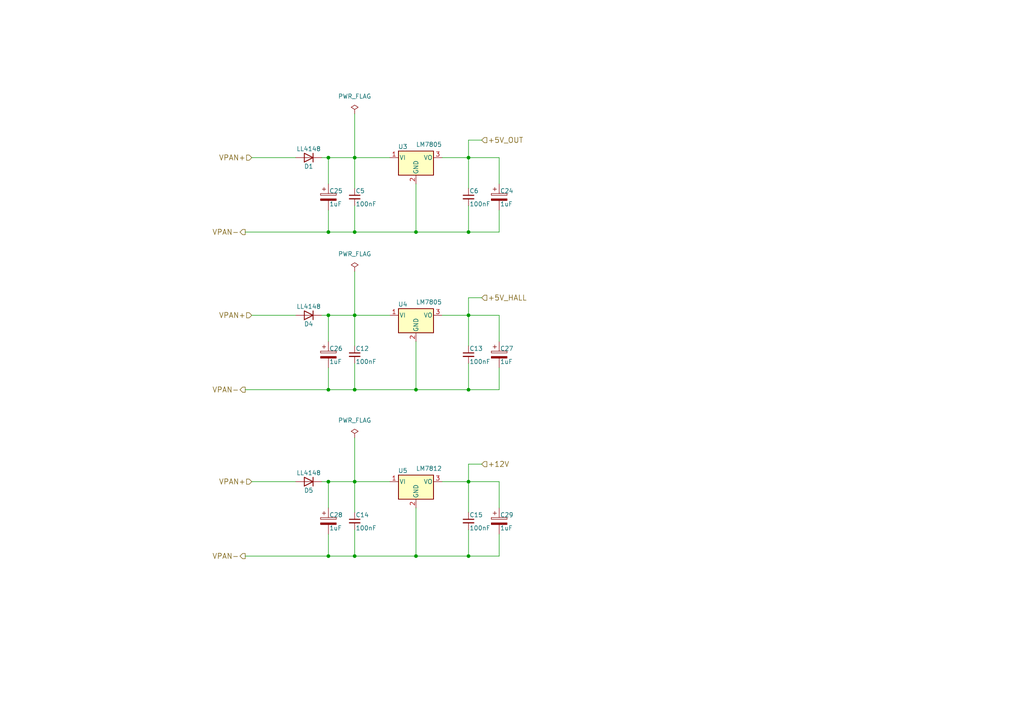
<source format=kicad_sch>
(kicad_sch
	(version 20231120)
	(generator "eeschema")
	(generator_version "8.0")
	(uuid "3d8140bf-879d-4534-9638-ea95160e543c")
	(paper "A4")
	(lib_symbols
		(symbol "Device:C_Polarized"
			(pin_numbers hide)
			(pin_names
				(offset 0.254)
			)
			(exclude_from_sim no)
			(in_bom yes)
			(on_board yes)
			(property "Reference" "C"
				(at 0.635 2.54 0)
				(effects
					(font
						(size 1.27 1.27)
					)
					(justify left)
				)
			)
			(property "Value" "C_Polarized"
				(at 0.635 -2.54 0)
				(effects
					(font
						(size 1.27 1.27)
					)
					(justify left)
				)
			)
			(property "Footprint" ""
				(at 0.9652 -3.81 0)
				(effects
					(font
						(size 1.27 1.27)
					)
					(hide yes)
				)
			)
			(property "Datasheet" "~"
				(at 0 0 0)
				(effects
					(font
						(size 1.27 1.27)
					)
					(hide yes)
				)
			)
			(property "Description" "Polarized capacitor"
				(at 0 0 0)
				(effects
					(font
						(size 1.27 1.27)
					)
					(hide yes)
				)
			)
			(property "ki_keywords" "cap capacitor"
				(at 0 0 0)
				(effects
					(font
						(size 1.27 1.27)
					)
					(hide yes)
				)
			)
			(property "ki_fp_filters" "CP_*"
				(at 0 0 0)
				(effects
					(font
						(size 1.27 1.27)
					)
					(hide yes)
				)
			)
			(symbol "C_Polarized_0_1"
				(rectangle
					(start -2.286 0.508)
					(end 2.286 1.016)
					(stroke
						(width 0)
						(type default)
					)
					(fill
						(type none)
					)
				)
				(polyline
					(pts
						(xy -1.778 2.286) (xy -0.762 2.286)
					)
					(stroke
						(width 0)
						(type default)
					)
					(fill
						(type none)
					)
				)
				(polyline
					(pts
						(xy -1.27 2.794) (xy -1.27 1.778)
					)
					(stroke
						(width 0)
						(type default)
					)
					(fill
						(type none)
					)
				)
				(rectangle
					(start 2.286 -0.508)
					(end -2.286 -1.016)
					(stroke
						(width 0)
						(type default)
					)
					(fill
						(type outline)
					)
				)
			)
			(symbol "C_Polarized_1_1"
				(pin passive line
					(at 0 3.81 270)
					(length 2.794)
					(name "~"
						(effects
							(font
								(size 1.27 1.27)
							)
						)
					)
					(number "1"
						(effects
							(font
								(size 1.27 1.27)
							)
						)
					)
				)
				(pin passive line
					(at 0 -3.81 90)
					(length 2.794)
					(name "~"
						(effects
							(font
								(size 1.27 1.27)
							)
						)
					)
					(number "2"
						(effects
							(font
								(size 1.27 1.27)
							)
						)
					)
				)
			)
		)
		(symbol "Device:C_Small"
			(pin_numbers hide)
			(pin_names
				(offset 0.254) hide)
			(exclude_from_sim no)
			(in_bom yes)
			(on_board yes)
			(property "Reference" "C"
				(at 0.254 1.778 0)
				(effects
					(font
						(size 1.27 1.27)
					)
					(justify left)
				)
			)
			(property "Value" "C_Small"
				(at 0.254 -2.032 0)
				(effects
					(font
						(size 1.27 1.27)
					)
					(justify left)
				)
			)
			(property "Footprint" ""
				(at 0 0 0)
				(effects
					(font
						(size 1.27 1.27)
					)
					(hide yes)
				)
			)
			(property "Datasheet" "~"
				(at 0 0 0)
				(effects
					(font
						(size 1.27 1.27)
					)
					(hide yes)
				)
			)
			(property "Description" "Unpolarized capacitor, small symbol"
				(at 0 0 0)
				(effects
					(font
						(size 1.27 1.27)
					)
					(hide yes)
				)
			)
			(property "ki_keywords" "capacitor cap"
				(at 0 0 0)
				(effects
					(font
						(size 1.27 1.27)
					)
					(hide yes)
				)
			)
			(property "ki_fp_filters" "C_*"
				(at 0 0 0)
				(effects
					(font
						(size 1.27 1.27)
					)
					(hide yes)
				)
			)
			(symbol "C_Small_0_1"
				(polyline
					(pts
						(xy -1.524 -0.508) (xy 1.524 -0.508)
					)
					(stroke
						(width 0.3302)
						(type default)
					)
					(fill
						(type none)
					)
				)
				(polyline
					(pts
						(xy -1.524 0.508) (xy 1.524 0.508)
					)
					(stroke
						(width 0.3048)
						(type default)
					)
					(fill
						(type none)
					)
				)
			)
			(symbol "C_Small_1_1"
				(pin passive line
					(at 0 2.54 270)
					(length 2.032)
					(name "~"
						(effects
							(font
								(size 1.27 1.27)
							)
						)
					)
					(number "1"
						(effects
							(font
								(size 1.27 1.27)
							)
						)
					)
				)
				(pin passive line
					(at 0 -2.54 90)
					(length 2.032)
					(name "~"
						(effects
							(font
								(size 1.27 1.27)
							)
						)
					)
					(number "2"
						(effects
							(font
								(size 1.27 1.27)
							)
						)
					)
				)
			)
		)
		(symbol "Diode:LL4148"
			(pin_numbers hide)
			(pin_names hide)
			(exclude_from_sim no)
			(in_bom yes)
			(on_board yes)
			(property "Reference" "D"
				(at 0 2.54 0)
				(effects
					(font
						(size 1.27 1.27)
					)
				)
			)
			(property "Value" "LL4148"
				(at 0 -2.54 0)
				(effects
					(font
						(size 1.27 1.27)
					)
				)
			)
			(property "Footprint" "Diode_SMD:D_MiniMELF"
				(at 0 -4.445 0)
				(effects
					(font
						(size 1.27 1.27)
					)
					(hide yes)
				)
			)
			(property "Datasheet" "http://www.vishay.com/docs/85557/ll4148.pdf"
				(at 0 0 0)
				(effects
					(font
						(size 1.27 1.27)
					)
					(hide yes)
				)
			)
			(property "Description" "100V 0.15A standard switching diode, MiniMELF"
				(at 0 0 0)
				(effects
					(font
						(size 1.27 1.27)
					)
					(hide yes)
				)
			)
			(property "Sim.Device" "D"
				(at 0 0 0)
				(effects
					(font
						(size 1.27 1.27)
					)
					(hide yes)
				)
			)
			(property "Sim.Pins" "1=K 2=A"
				(at 0 0 0)
				(effects
					(font
						(size 1.27 1.27)
					)
					(hide yes)
				)
			)
			(property "ki_keywords" "diode"
				(at 0 0 0)
				(effects
					(font
						(size 1.27 1.27)
					)
					(hide yes)
				)
			)
			(property "ki_fp_filters" "D*MiniMELF*"
				(at 0 0 0)
				(effects
					(font
						(size 1.27 1.27)
					)
					(hide yes)
				)
			)
			(symbol "LL4148_0_1"
				(polyline
					(pts
						(xy -1.27 1.27) (xy -1.27 -1.27)
					)
					(stroke
						(width 0.254)
						(type default)
					)
					(fill
						(type none)
					)
				)
				(polyline
					(pts
						(xy 1.27 0) (xy -1.27 0)
					)
					(stroke
						(width 0)
						(type default)
					)
					(fill
						(type none)
					)
				)
				(polyline
					(pts
						(xy 1.27 1.27) (xy 1.27 -1.27) (xy -1.27 0) (xy 1.27 1.27)
					)
					(stroke
						(width 0.254)
						(type default)
					)
					(fill
						(type none)
					)
				)
			)
			(symbol "LL4148_1_1"
				(pin passive line
					(at -3.81 0 0)
					(length 2.54)
					(name "K"
						(effects
							(font
								(size 1.27 1.27)
							)
						)
					)
					(number "1"
						(effects
							(font
								(size 1.27 1.27)
							)
						)
					)
				)
				(pin passive line
					(at 3.81 0 180)
					(length 2.54)
					(name "A"
						(effects
							(font
								(size 1.27 1.27)
							)
						)
					)
					(number "2"
						(effects
							(font
								(size 1.27 1.27)
							)
						)
					)
				)
			)
		)
		(symbol "Regulator_Linear:LM7805_TO220"
			(pin_names
				(offset 0.254)
			)
			(exclude_from_sim no)
			(in_bom yes)
			(on_board yes)
			(property "Reference" "U"
				(at -3.81 3.175 0)
				(effects
					(font
						(size 1.27 1.27)
					)
				)
			)
			(property "Value" "LM7805_TO220"
				(at 0 3.175 0)
				(effects
					(font
						(size 1.27 1.27)
					)
					(justify left)
				)
			)
			(property "Footprint" "Package_TO_SOT_THT:TO-220-3_Vertical"
				(at 0 5.715 0)
				(effects
					(font
						(size 1.27 1.27)
						(italic yes)
					)
					(hide yes)
				)
			)
			(property "Datasheet" "https://www.onsemi.cn/PowerSolutions/document/MC7800-D.PDF"
				(at 0 -1.27 0)
				(effects
					(font
						(size 1.27 1.27)
					)
					(hide yes)
				)
			)
			(property "Description" "Positive 1A 35V Linear Regulator, Fixed Output 5V, TO-220"
				(at 0 0 0)
				(effects
					(font
						(size 1.27 1.27)
					)
					(hide yes)
				)
			)
			(property "ki_keywords" "Voltage Regulator 1A Positive"
				(at 0 0 0)
				(effects
					(font
						(size 1.27 1.27)
					)
					(hide yes)
				)
			)
			(property "ki_fp_filters" "TO?220*"
				(at 0 0 0)
				(effects
					(font
						(size 1.27 1.27)
					)
					(hide yes)
				)
			)
			(symbol "LM7805_TO220_0_1"
				(rectangle
					(start -5.08 1.905)
					(end 5.08 -5.08)
					(stroke
						(width 0.254)
						(type default)
					)
					(fill
						(type background)
					)
				)
			)
			(symbol "LM7805_TO220_1_1"
				(pin power_in line
					(at -7.62 0 0)
					(length 2.54)
					(name "VI"
						(effects
							(font
								(size 1.27 1.27)
							)
						)
					)
					(number "1"
						(effects
							(font
								(size 1.27 1.27)
							)
						)
					)
				)
				(pin power_in line
					(at 0 -7.62 90)
					(length 2.54)
					(name "GND"
						(effects
							(font
								(size 1.27 1.27)
							)
						)
					)
					(number "2"
						(effects
							(font
								(size 1.27 1.27)
							)
						)
					)
				)
				(pin power_out line
					(at 7.62 0 180)
					(length 2.54)
					(name "VO"
						(effects
							(font
								(size 1.27 1.27)
							)
						)
					)
					(number "3"
						(effects
							(font
								(size 1.27 1.27)
							)
						)
					)
				)
			)
		)
		(symbol "power:PWR_FLAG"
			(power)
			(pin_numbers hide)
			(pin_names
				(offset 0) hide)
			(exclude_from_sim no)
			(in_bom yes)
			(on_board yes)
			(property "Reference" "#FLG"
				(at 0 1.905 0)
				(effects
					(font
						(size 1.27 1.27)
					)
					(hide yes)
				)
			)
			(property "Value" "PWR_FLAG"
				(at 0 3.81 0)
				(effects
					(font
						(size 1.27 1.27)
					)
				)
			)
			(property "Footprint" ""
				(at 0 0 0)
				(effects
					(font
						(size 1.27 1.27)
					)
					(hide yes)
				)
			)
			(property "Datasheet" "~"
				(at 0 0 0)
				(effects
					(font
						(size 1.27 1.27)
					)
					(hide yes)
				)
			)
			(property "Description" "Special symbol for telling ERC where power comes from"
				(at 0 0 0)
				(effects
					(font
						(size 1.27 1.27)
					)
					(hide yes)
				)
			)
			(property "ki_keywords" "flag power"
				(at 0 0 0)
				(effects
					(font
						(size 1.27 1.27)
					)
					(hide yes)
				)
			)
			(symbol "PWR_FLAG_0_0"
				(pin power_out line
					(at 0 0 90)
					(length 0)
					(name "~"
						(effects
							(font
								(size 1.27 1.27)
							)
						)
					)
					(number "1"
						(effects
							(font
								(size 1.27 1.27)
							)
						)
					)
				)
			)
			(symbol "PWR_FLAG_0_1"
				(polyline
					(pts
						(xy 0 0) (xy 0 1.27) (xy -1.016 1.905) (xy 0 2.54) (xy 1.016 1.905) (xy 0 1.27)
					)
					(stroke
						(width 0)
						(type default)
					)
					(fill
						(type none)
					)
				)
			)
		)
	)
	(junction
		(at 120.65 161.29)
		(diameter 0)
		(color 0 0 0 0)
		(uuid "0313b5e2-2614-4856-9d27-5dd43bd5db96")
	)
	(junction
		(at 95.25 113.03)
		(diameter 0)
		(color 0 0 0 0)
		(uuid "04618ed8-c8ec-40e1-9b5a-e2038eb4c2bd")
	)
	(junction
		(at 95.25 161.29)
		(diameter 0)
		(color 0 0 0 0)
		(uuid "0d4e0c71-b7a0-43b6-a03c-d772421447a9")
	)
	(junction
		(at 120.65 113.03)
		(diameter 0)
		(color 0 0 0 0)
		(uuid "17c2a5ab-77eb-4df3-94e8-0522fa765b32")
	)
	(junction
		(at 102.87 161.29)
		(diameter 0)
		(color 0 0 0 0)
		(uuid "1e3e3b37-9c7b-4bff-8396-81198bb94b9f")
	)
	(junction
		(at 95.25 45.72)
		(diameter 0)
		(color 0 0 0 0)
		(uuid "3882424f-2a78-4c83-970c-ec30717fc3f2")
	)
	(junction
		(at 102.87 139.7)
		(diameter 0)
		(color 0 0 0 0)
		(uuid "3fc543b9-73b3-4c1a-a8d3-411a1520e7c9")
	)
	(junction
		(at 135.89 91.44)
		(diameter 0)
		(color 0 0 0 0)
		(uuid "5bf8d682-2be5-4c5a-85f2-cfdaaf72f1ec")
	)
	(junction
		(at 135.89 45.72)
		(diameter 0)
		(color 0 0 0 0)
		(uuid "62787af1-8710-4b88-95d8-772e9618c02a")
	)
	(junction
		(at 135.89 113.03)
		(diameter 0)
		(color 0 0 0 0)
		(uuid "6b0cd624-7d4b-4980-b638-4324fd862875")
	)
	(junction
		(at 135.89 161.29)
		(diameter 0)
		(color 0 0 0 0)
		(uuid "6c4fa88a-c6a4-44d8-b3e8-288af398134b")
	)
	(junction
		(at 102.87 67.31)
		(diameter 0)
		(color 0 0 0 0)
		(uuid "79022f11-5b21-4604-99ff-5266259a4c5d")
	)
	(junction
		(at 102.87 91.44)
		(diameter 0)
		(color 0 0 0 0)
		(uuid "79a79d57-5836-44ef-9a98-05c0bfd453b3")
	)
	(junction
		(at 95.25 91.44)
		(diameter 0)
		(color 0 0 0 0)
		(uuid "7b887c0a-103c-42a3-bde7-4906d9413f30")
	)
	(junction
		(at 135.89 139.7)
		(diameter 0)
		(color 0 0 0 0)
		(uuid "ab462334-7b1e-4e69-9c00-bb68078ecf74")
	)
	(junction
		(at 135.89 67.31)
		(diameter 0)
		(color 0 0 0 0)
		(uuid "b620e9c2-720c-421e-9527-b960bf8cdb0f")
	)
	(junction
		(at 102.87 113.03)
		(diameter 0)
		(color 0 0 0 0)
		(uuid "c83f969f-e6cf-4dfe-af5d-81dfaabbaf54")
	)
	(junction
		(at 95.25 67.31)
		(diameter 0)
		(color 0 0 0 0)
		(uuid "e259397e-f0af-40f9-bccc-799f1fa2e272")
	)
	(junction
		(at 102.87 45.72)
		(diameter 0)
		(color 0 0 0 0)
		(uuid "ea887d60-57fe-4bd6-853e-a7d3a3c8743a")
	)
	(junction
		(at 95.25 139.7)
		(diameter 0)
		(color 0 0 0 0)
		(uuid "ecb402e8-1ecf-4cd9-9fc4-15a2eebd2140")
	)
	(junction
		(at 120.65 67.31)
		(diameter 0)
		(color 0 0 0 0)
		(uuid "f08a884c-69d2-4868-b271-eb94a13d7d3e")
	)
	(wire
		(pts
			(xy 128.27 91.44) (xy 135.89 91.44)
		)
		(stroke
			(width 0)
			(type default)
		)
		(uuid "009b475e-1a42-4765-9502-7d216835d0bb")
	)
	(wire
		(pts
			(xy 144.78 106.68) (xy 144.78 113.03)
		)
		(stroke
			(width 0)
			(type default)
		)
		(uuid "09733a2b-8a69-48ce-8ab4-b9bbcab24bb4")
	)
	(wire
		(pts
			(xy 71.12 161.29) (xy 95.25 161.29)
		)
		(stroke
			(width 0)
			(type default)
		)
		(uuid "09c15066-b604-4a3d-9186-03228ccb25eb")
	)
	(wire
		(pts
			(xy 144.78 139.7) (xy 144.78 147.32)
		)
		(stroke
			(width 0)
			(type default)
		)
		(uuid "104e735c-bf3e-4a50-b763-dd50d88880fd")
	)
	(wire
		(pts
			(xy 102.87 45.72) (xy 102.87 54.61)
		)
		(stroke
			(width 0)
			(type default)
		)
		(uuid "12827941-93c6-400c-ab2d-515528e2e759")
	)
	(wire
		(pts
			(xy 73.025 45.72) (xy 85.725 45.72)
		)
		(stroke
			(width 0)
			(type default)
		)
		(uuid "171581f2-8a5b-4c8e-9e2e-67fa590a7801")
	)
	(wire
		(pts
			(xy 135.89 67.31) (xy 144.78 67.31)
		)
		(stroke
			(width 0)
			(type default)
		)
		(uuid "185cc884-2d11-43d3-961d-bc964a373155")
	)
	(wire
		(pts
			(xy 102.87 67.31) (xy 120.65 67.31)
		)
		(stroke
			(width 0)
			(type default)
		)
		(uuid "2488e7c5-3120-4a08-9deb-90cc87541739")
	)
	(wire
		(pts
			(xy 135.89 161.29) (xy 135.89 153.67)
		)
		(stroke
			(width 0)
			(type default)
		)
		(uuid "2a53a524-d8c2-4162-8ff6-a787567ea2b8")
	)
	(wire
		(pts
			(xy 102.87 59.69) (xy 102.87 67.31)
		)
		(stroke
			(width 0)
			(type default)
		)
		(uuid "2e004128-6429-43a3-9b49-1100e161d739")
	)
	(wire
		(pts
			(xy 135.89 91.44) (xy 144.78 91.44)
		)
		(stroke
			(width 0)
			(type default)
		)
		(uuid "3a63b492-fda5-4d96-831c-38d83bf32abb")
	)
	(wire
		(pts
			(xy 93.345 139.7) (xy 95.25 139.7)
		)
		(stroke
			(width 0)
			(type default)
		)
		(uuid "485459b9-2a93-478f-9b1d-09648d6a2823")
	)
	(wire
		(pts
			(xy 95.25 139.7) (xy 95.25 147.32)
		)
		(stroke
			(width 0)
			(type default)
		)
		(uuid "4e1868bd-0b5a-45ed-91cc-2bcf535e6737")
	)
	(wire
		(pts
			(xy 93.345 91.44) (xy 95.25 91.44)
		)
		(stroke
			(width 0)
			(type default)
		)
		(uuid "564ca84c-8ead-4d3f-8cfb-6751b1651e92")
	)
	(wire
		(pts
			(xy 102.87 139.7) (xy 102.87 148.59)
		)
		(stroke
			(width 0)
			(type default)
		)
		(uuid "59584718-f162-42bc-89fe-f960d1422892")
	)
	(wire
		(pts
			(xy 102.87 127) (xy 102.87 139.7)
		)
		(stroke
			(width 0)
			(type default)
		)
		(uuid "5cf9aabe-35cd-4356-a13d-7157d6b0550e")
	)
	(wire
		(pts
			(xy 120.65 161.29) (xy 135.89 161.29)
		)
		(stroke
			(width 0)
			(type default)
		)
		(uuid "5ebd7fbc-8d49-47be-ac29-4fcf44d564c1")
	)
	(wire
		(pts
			(xy 135.89 161.29) (xy 144.78 161.29)
		)
		(stroke
			(width 0)
			(type default)
		)
		(uuid "5ef72f8b-4130-4eca-903a-0c9c4ab43b0b")
	)
	(wire
		(pts
			(xy 120.65 113.03) (xy 135.89 113.03)
		)
		(stroke
			(width 0)
			(type default)
		)
		(uuid "62be3315-9146-43d0-b3c5-9fb68605bb87")
	)
	(wire
		(pts
			(xy 102.87 161.29) (xy 120.65 161.29)
		)
		(stroke
			(width 0)
			(type default)
		)
		(uuid "63bf374c-550d-421c-98aa-ed04a8840d88")
	)
	(wire
		(pts
			(xy 144.78 45.72) (xy 144.78 53.34)
		)
		(stroke
			(width 0)
			(type default)
		)
		(uuid "63e96320-9872-4356-a8c0-390eaab19b03")
	)
	(wire
		(pts
			(xy 102.87 139.7) (xy 113.03 139.7)
		)
		(stroke
			(width 0)
			(type default)
		)
		(uuid "67ef609f-3942-43bf-8e25-30fa1b858c73")
	)
	(wire
		(pts
			(xy 135.89 134.62) (xy 135.89 139.7)
		)
		(stroke
			(width 0)
			(type default)
		)
		(uuid "695c80c4-2e8d-4cbb-af28-b4e74cf25c08")
	)
	(wire
		(pts
			(xy 95.25 106.68) (xy 95.25 113.03)
		)
		(stroke
			(width 0)
			(type default)
		)
		(uuid "6b07b437-7a1c-4b3a-a407-6ed9afe35044")
	)
	(wire
		(pts
			(xy 102.87 91.44) (xy 113.03 91.44)
		)
		(stroke
			(width 0)
			(type default)
		)
		(uuid "728cd6dd-1d3a-4c8f-9c3d-129ba29ec49a")
	)
	(wire
		(pts
			(xy 95.25 139.7) (xy 102.87 139.7)
		)
		(stroke
			(width 0)
			(type default)
		)
		(uuid "74890d89-6b11-4b02-b85a-df443a3f65fd")
	)
	(wire
		(pts
			(xy 135.89 67.31) (xy 135.89 59.69)
		)
		(stroke
			(width 0)
			(type default)
		)
		(uuid "7ca0967a-592c-4a68-95cb-68ba513a7113")
	)
	(wire
		(pts
			(xy 120.65 113.03) (xy 120.65 99.06)
		)
		(stroke
			(width 0)
			(type default)
		)
		(uuid "81d96f93-2f55-4cc9-8b95-02626b19627b")
	)
	(wire
		(pts
			(xy 135.89 40.64) (xy 135.89 45.72)
		)
		(stroke
			(width 0)
			(type default)
		)
		(uuid "82cee1a1-c031-439a-bd53-bfb64ecf4295")
	)
	(wire
		(pts
			(xy 95.25 113.03) (xy 102.87 113.03)
		)
		(stroke
			(width 0)
			(type default)
		)
		(uuid "83d40ead-f25b-479d-8789-bf24ebcb7e78")
	)
	(wire
		(pts
			(xy 71.12 67.31) (xy 95.25 67.31)
		)
		(stroke
			(width 0)
			(type default)
		)
		(uuid "8a07b72d-588f-4371-b6a3-937a8f8fe9e0")
	)
	(wire
		(pts
			(xy 102.87 153.67) (xy 102.87 161.29)
		)
		(stroke
			(width 0)
			(type default)
		)
		(uuid "8a178200-22f6-4983-bfec-0433cbca8248")
	)
	(wire
		(pts
			(xy 135.89 86.36) (xy 135.89 91.44)
		)
		(stroke
			(width 0)
			(type default)
		)
		(uuid "965b961c-5321-4e6f-b556-40795af9eaea")
	)
	(wire
		(pts
			(xy 120.65 67.31) (xy 120.65 53.34)
		)
		(stroke
			(width 0)
			(type default)
		)
		(uuid "97c0ad20-2cd1-45ee-afff-18ed9eac1ba2")
	)
	(wire
		(pts
			(xy 95.25 91.44) (xy 95.25 99.06)
		)
		(stroke
			(width 0)
			(type default)
		)
		(uuid "9ab63fc0-0a45-4503-91d3-540ef9e974ba")
	)
	(wire
		(pts
			(xy 102.87 113.03) (xy 120.65 113.03)
		)
		(stroke
			(width 0)
			(type default)
		)
		(uuid "9b061bb9-7b6c-4488-b65e-529c8f2be551")
	)
	(wire
		(pts
			(xy 144.78 60.96) (xy 144.78 67.31)
		)
		(stroke
			(width 0)
			(type default)
		)
		(uuid "9c0f85b3-c76c-46a1-bea3-3f187a1f1ab7")
	)
	(wire
		(pts
			(xy 102.87 45.72) (xy 113.03 45.72)
		)
		(stroke
			(width 0)
			(type default)
		)
		(uuid "9e78e5f5-7b4b-4506-844c-4b6b8c845e38")
	)
	(wire
		(pts
			(xy 102.87 91.44) (xy 102.87 100.33)
		)
		(stroke
			(width 0)
			(type default)
		)
		(uuid "9fa6b17d-6bb4-4c5c-a22d-d12c17550cab")
	)
	(wire
		(pts
			(xy 144.78 154.94) (xy 144.78 161.29)
		)
		(stroke
			(width 0)
			(type default)
		)
		(uuid "a02a6fc6-ce5f-480a-8ac0-2f9f6d40e171")
	)
	(wire
		(pts
			(xy 128.27 139.7) (xy 135.89 139.7)
		)
		(stroke
			(width 0)
			(type default)
		)
		(uuid "a2756f35-0caf-44c2-b506-b5b6aac1a7a2")
	)
	(wire
		(pts
			(xy 135.89 91.44) (xy 135.89 100.33)
		)
		(stroke
			(width 0)
			(type default)
		)
		(uuid "a2971b8a-3645-48ab-a145-2e7fb6b8fbc1")
	)
	(wire
		(pts
			(xy 73.025 139.7) (xy 85.725 139.7)
		)
		(stroke
			(width 0)
			(type default)
		)
		(uuid "a30e92b5-f8a6-414b-b5de-b72260be4bec")
	)
	(wire
		(pts
			(xy 139.7 40.64) (xy 135.89 40.64)
		)
		(stroke
			(width 0)
			(type default)
		)
		(uuid "a8a55d4b-786f-47c7-aebc-000679733e4b")
	)
	(wire
		(pts
			(xy 120.65 161.29) (xy 120.65 147.32)
		)
		(stroke
			(width 0)
			(type default)
		)
		(uuid "ac6cec87-a5b9-4dda-9660-658f7a55cf90")
	)
	(wire
		(pts
			(xy 95.25 161.29) (xy 102.87 161.29)
		)
		(stroke
			(width 0)
			(type default)
		)
		(uuid "aee9fbc4-0863-4e7c-902d-ddc1b7be43b0")
	)
	(wire
		(pts
			(xy 102.87 78.74) (xy 102.87 91.44)
		)
		(stroke
			(width 0)
			(type default)
		)
		(uuid "b16cf6a4-8fd7-4ea0-a29f-f45ff4cf1ea6")
	)
	(wire
		(pts
			(xy 102.87 105.41) (xy 102.87 113.03)
		)
		(stroke
			(width 0)
			(type default)
		)
		(uuid "b7fd9ce5-e897-407b-a79b-96a2d776edbb")
	)
	(wire
		(pts
			(xy 71.12 113.03) (xy 95.25 113.03)
		)
		(stroke
			(width 0)
			(type default)
		)
		(uuid "b8251636-744c-4a2f-b250-dead614a278f")
	)
	(wire
		(pts
			(xy 135.89 45.72) (xy 135.89 54.61)
		)
		(stroke
			(width 0)
			(type default)
		)
		(uuid "b85a93cc-93ea-484e-a3a6-0e91a0b6a406")
	)
	(wire
		(pts
			(xy 95.25 67.31) (xy 102.87 67.31)
		)
		(stroke
			(width 0)
			(type default)
		)
		(uuid "bc58893c-0847-4604-ac5b-087cce786e1c")
	)
	(wire
		(pts
			(xy 95.25 154.94) (xy 95.25 161.29)
		)
		(stroke
			(width 0)
			(type default)
		)
		(uuid "bd6d48c7-b8b5-43be-a40a-09935aa347db")
	)
	(wire
		(pts
			(xy 93.345 45.72) (xy 95.25 45.72)
		)
		(stroke
			(width 0)
			(type default)
		)
		(uuid "bd76d5c0-a174-4929-80c2-3b8c4b649325")
	)
	(wire
		(pts
			(xy 135.89 45.72) (xy 144.78 45.72)
		)
		(stroke
			(width 0)
			(type default)
		)
		(uuid "c5aa15e0-012d-4f1d-a275-5e99a1dd939d")
	)
	(wire
		(pts
			(xy 139.7 86.36) (xy 135.89 86.36)
		)
		(stroke
			(width 0)
			(type default)
		)
		(uuid "c8a12a0b-7143-4ead-8af2-f5abdb559c5a")
	)
	(wire
		(pts
			(xy 135.89 139.7) (xy 144.78 139.7)
		)
		(stroke
			(width 0)
			(type default)
		)
		(uuid "cae3cf91-dcde-48e3-9137-e2b7eddee7e1")
	)
	(wire
		(pts
			(xy 139.7 134.62) (xy 135.89 134.62)
		)
		(stroke
			(width 0)
			(type default)
		)
		(uuid "d11a8bee-a28b-41eb-b4c3-57f5d81b7cd0")
	)
	(wire
		(pts
			(xy 135.89 113.03) (xy 135.89 105.41)
		)
		(stroke
			(width 0)
			(type default)
		)
		(uuid "d5cc0919-2ee7-4cbc-9af7-c9617b88ae06")
	)
	(wire
		(pts
			(xy 135.89 139.7) (xy 135.89 148.59)
		)
		(stroke
			(width 0)
			(type default)
		)
		(uuid "d6786aa3-bfe5-46c1-b794-645a7fcaa5c3")
	)
	(wire
		(pts
			(xy 120.65 67.31) (xy 135.89 67.31)
		)
		(stroke
			(width 0)
			(type default)
		)
		(uuid "e313b6ef-e671-4ad4-97f6-b5369ebfa95e")
	)
	(wire
		(pts
			(xy 144.78 91.44) (xy 144.78 99.06)
		)
		(stroke
			(width 0)
			(type default)
		)
		(uuid "e35fdb35-6b7c-4ab4-9947-7fff9c4e4c29")
	)
	(wire
		(pts
			(xy 95.25 60.96) (xy 95.25 67.31)
		)
		(stroke
			(width 0)
			(type default)
		)
		(uuid "e5c53f4f-f0e8-4dd9-ab6b-0f725fcb58cf")
	)
	(wire
		(pts
			(xy 95.25 45.72) (xy 102.87 45.72)
		)
		(stroke
			(width 0)
			(type default)
		)
		(uuid "f8550bff-2ed9-402d-92cb-0a51c0cb288a")
	)
	(wire
		(pts
			(xy 73.025 91.44) (xy 85.725 91.44)
		)
		(stroke
			(width 0)
			(type default)
		)
		(uuid "f91e35af-b7a3-41ff-abf0-3e21bec8620c")
	)
	(wire
		(pts
			(xy 102.87 33.02) (xy 102.87 45.72)
		)
		(stroke
			(width 0)
			(type default)
		)
		(uuid "fb12ccb0-4419-4fb9-89a6-eb77d4a314d1")
	)
	(wire
		(pts
			(xy 95.25 45.72) (xy 95.25 53.34)
		)
		(stroke
			(width 0)
			(type default)
		)
		(uuid "fb46cc5f-e1fc-482b-a7de-c8bdd01d4c37")
	)
	(wire
		(pts
			(xy 135.89 113.03) (xy 144.78 113.03)
		)
		(stroke
			(width 0)
			(type default)
		)
		(uuid "fd4fe58c-816d-429f-b918-347a60567be5")
	)
	(wire
		(pts
			(xy 95.25 91.44) (xy 102.87 91.44)
		)
		(stroke
			(width 0)
			(type default)
		)
		(uuid "fdf64390-297e-4175-8404-b01f5c793fdc")
	)
	(wire
		(pts
			(xy 128.27 45.72) (xy 135.89 45.72)
		)
		(stroke
			(width 0)
			(type default)
		)
		(uuid "fe6db668-0e43-45af-a211-ea60ec0c7e42")
	)
	(hierarchical_label "VPAN-"
		(shape output)
		(at 71.12 161.29 180)
		(fields_autoplaced yes)
		(effects
			(font
				(size 1.524 1.524)
			)
			(justify right)
		)
		(uuid "0e45fe90-5b04-45cc-b13c-0e8dc625e7a6")
	)
	(hierarchical_label "+5V_OUT"
		(shape input)
		(at 139.7 40.64 0)
		(fields_autoplaced yes)
		(effects
			(font
				(size 1.524 1.524)
			)
			(justify left)
		)
		(uuid "1e9ad95c-d3be-46bd-8d21-7583ecdd4a27")
	)
	(hierarchical_label "VPAN+"
		(shape input)
		(at 73.025 139.7 180)
		(fields_autoplaced yes)
		(effects
			(font
				(size 1.524 1.524)
			)
			(justify right)
		)
		(uuid "459e2b4c-22fb-430c-8344-b3311a3a0473")
	)
	(hierarchical_label "+12V"
		(shape input)
		(at 139.7 134.62 0)
		(fields_autoplaced yes)
		(effects
			(font
				(size 1.524 1.524)
			)
			(justify left)
		)
		(uuid "76dc5143-2fb1-4661-ba9e-cdaebfb02474")
	)
	(hierarchical_label "+5V_HALL"
		(shape input)
		(at 139.7 86.36 0)
		(fields_autoplaced yes)
		(effects
			(font
				(size 1.524 1.524)
			)
			(justify left)
		)
		(uuid "9a0c904f-2791-49d4-82cd-2035373b456b")
	)
	(hierarchical_label "VPAN+"
		(shape input)
		(at 73.025 45.72 180)
		(fields_autoplaced yes)
		(effects
			(font
				(size 1.524 1.524)
			)
			(justify right)
		)
		(uuid "9b76aaa2-20f2-4cfe-ba62-21f0590ae363")
	)
	(hierarchical_label "VPAN+"
		(shape input)
		(at 73.025 91.44 180)
		(fields_autoplaced yes)
		(effects
			(font
				(size 1.524 1.524)
			)
			(justify right)
		)
		(uuid "e4952ea7-6e70-44a3-ad2f-df077b30c191")
	)
	(hierarchical_label "VPAN-"
		(shape output)
		(at 71.12 113.03 180)
		(fields_autoplaced yes)
		(effects
			(font
				(size 1.524 1.524)
			)
			(justify right)
		)
		(uuid "e98aff0c-c2b4-4c65-8cad-2eec272cdcfc")
	)
	(hierarchical_label "VPAN-"
		(shape output)
		(at 71.12 67.31 180)
		(fields_autoplaced yes)
		(effects
			(font
				(size 1.524 1.524)
			)
			(justify right)
		)
		(uuid "fe8749de-0375-4b37-a25f-1f8aa5167672")
	)
	(symbol
		(lib_id "Device:C_Polarized")
		(at 144.78 102.87 0)
		(unit 1)
		(exclude_from_sim no)
		(in_bom yes)
		(on_board yes)
		(dnp no)
		(uuid "02b8c3e2-11bd-4cff-a0f5-bd304ac45210")
		(property "Reference" "C27"
			(at 145.034 101.092 0)
			(effects
				(font
					(size 1.27 1.27)
				)
				(justify left)
			)
		)
		(property "Value" "1uF"
			(at 145.034 104.902 0)
			(effects
				(font
					(size 1.27 1.27)
				)
				(justify left)
			)
		)
		(property "Footprint" "Capacitor_Tantalum_SMD:CP_EIA-6032-15_Kemet-U_Pad2.25x2.35mm_HandSolder"
			(at 145.7452 106.68 0)
			(effects
				(font
					(size 1.27 1.27)
				)
				(hide yes)
			)
		)
		(property "Datasheet" "~"
			(at 144.78 102.87 0)
			(effects
				(font
					(size 1.27 1.27)
				)
				(hide yes)
			)
		)
		(property "Description" "Polarized capacitor"
			(at 144.78 102.87 0)
			(effects
				(font
					(size 1.27 1.27)
				)
				(hide yes)
			)
		)
		(pin "1"
			(uuid "55b47a64-3973-42f5-8e5e-a4e67ffa0060")
		)
		(pin "2"
			(uuid "1f832928-c9aa-4de4-83e8-f1d7c531d5c4")
		)
		(instances
			(project "MPPT 2024"
				(path "/51908e9a-fb45-4064-91b4-ad008e3463b9/e7b774b5-8a7e-4bf5-b664-42b3e323cfed"
					(reference "C27")
					(unit 1)
				)
			)
		)
	)
	(symbol
		(lib_id "Device:C_Small")
		(at 102.87 151.13 0)
		(unit 1)
		(exclude_from_sim no)
		(in_bom yes)
		(on_board yes)
		(dnp no)
		(uuid "081f4947-7486-4deb-b4e0-cc0df2aede9a")
		(property "Reference" "C14"
			(at 103.124 149.352 0)
			(effects
				(font
					(size 1.27 1.27)
				)
				(justify left)
			)
		)
		(property "Value" "100nF"
			(at 103.124 153.162 0)
			(effects
				(font
					(size 1.27 1.27)
				)
				(justify left)
			)
		)
		(property "Footprint" "Capacitor_SMD:C_0805_2012Metric_Pad1.18x1.45mm_HandSolder"
			(at 102.87 151.13 0)
			(effects
				(font
					(size 1.27 1.27)
				)
				(hide yes)
			)
		)
		(property "Datasheet" ""
			(at 102.87 151.13 0)
			(effects
				(font
					(size 1.27 1.27)
				)
				(hide yes)
			)
		)
		(property "Description" ""
			(at 102.87 151.13 0)
			(effects
				(font
					(size 1.27 1.27)
				)
				(hide yes)
			)
		)
		(pin "1"
			(uuid "d00818ff-7072-4efe-ab01-64607034cc21")
		)
		(pin "2"
			(uuid "f133d215-cef8-46a7-beaa-ebdbd580c1d7")
		)
		(instances
			(project "MPPT 2024"
				(path "/51908e9a-fb45-4064-91b4-ad008e3463b9/e7b774b5-8a7e-4bf5-b664-42b3e323cfed"
					(reference "C14")
					(unit 1)
				)
			)
		)
	)
	(symbol
		(lib_id "Device:C_Small")
		(at 135.89 57.15 0)
		(unit 1)
		(exclude_from_sim no)
		(in_bom yes)
		(on_board yes)
		(dnp no)
		(uuid "20a9a141-a712-4bf2-afaa-befbbcc53745")
		(property "Reference" "C6"
			(at 136.144 55.372 0)
			(effects
				(font
					(size 1.27 1.27)
				)
				(justify left)
			)
		)
		(property "Value" "100nF"
			(at 136.144 59.182 0)
			(effects
				(font
					(size 1.27 1.27)
				)
				(justify left)
			)
		)
		(property "Footprint" "Capacitor_SMD:C_0805_2012Metric_Pad1.18x1.45mm_HandSolder"
			(at 135.89 57.15 0)
			(effects
				(font
					(size 1.27 1.27)
				)
				(hide yes)
			)
		)
		(property "Datasheet" ""
			(at 135.89 57.15 0)
			(effects
				(font
					(size 1.27 1.27)
				)
				(hide yes)
			)
		)
		(property "Description" ""
			(at 135.89 57.15 0)
			(effects
				(font
					(size 1.27 1.27)
				)
				(hide yes)
			)
		)
		(pin "2"
			(uuid "ce8757ae-166c-481e-a7ae-8ee3f088c0a0")
		)
		(pin "1"
			(uuid "1a705ee4-1802-4bf6-b52c-0123e1af588b")
		)
		(instances
			(project "MPPT 2024"
				(path "/51908e9a-fb45-4064-91b4-ad008e3463b9/e7b774b5-8a7e-4bf5-b664-42b3e323cfed"
					(reference "C6")
					(unit 1)
				)
			)
		)
	)
	(symbol
		(lib_id "Device:C_Polarized")
		(at 95.25 102.87 0)
		(unit 1)
		(exclude_from_sim no)
		(in_bom yes)
		(on_board yes)
		(dnp no)
		(uuid "21aa640c-94e2-454e-bb80-1d04b49a2aea")
		(property "Reference" "C26"
			(at 95.504 101.092 0)
			(effects
				(font
					(size 1.27 1.27)
				)
				(justify left)
			)
		)
		(property "Value" "1uF"
			(at 95.504 104.902 0)
			(effects
				(font
					(size 1.27 1.27)
				)
				(justify left)
			)
		)
		(property "Footprint" "Capacitor_Tantalum_SMD:CP_EIA-6032-15_Kemet-U_Pad2.25x2.35mm_HandSolder"
			(at 96.2152 106.68 0)
			(effects
				(font
					(size 1.27 1.27)
				)
				(hide yes)
			)
		)
		(property "Datasheet" "~"
			(at 95.25 102.87 0)
			(effects
				(font
					(size 1.27 1.27)
				)
				(hide yes)
			)
		)
		(property "Description" "Polarized capacitor"
			(at 95.25 102.87 0)
			(effects
				(font
					(size 1.27 1.27)
				)
				(hide yes)
			)
		)
		(pin "1"
			(uuid "e542df6b-6048-4308-a687-c049eb28ee1a")
		)
		(pin "2"
			(uuid "1095f29a-8eee-435c-8942-d84b9e5c2c9f")
		)
		(instances
			(project "MPPT 2024"
				(path "/51908e9a-fb45-4064-91b4-ad008e3463b9/e7b774b5-8a7e-4bf5-b664-42b3e323cfed"
					(reference "C26")
					(unit 1)
				)
			)
		)
	)
	(symbol
		(lib_id "Regulator_Linear:LM7805_TO220")
		(at 120.65 45.72 0)
		(unit 1)
		(exclude_from_sim no)
		(in_bom yes)
		(on_board yes)
		(dnp no)
		(uuid "2a2a10fb-a008-43f1-b4f4-07b60db53fa0")
		(property "Reference" "U3"
			(at 116.84 42.545 0)
			(effects
				(font
					(size 1.27 1.27)
				)
			)
		)
		(property "Value" "LM7805"
			(at 120.65 41.91 0)
			(effects
				(font
					(size 1.27 1.27)
				)
				(justify left)
			)
		)
		(property "Footprint" "Package_TO_SOT_THT:TO-220-3_Horizontal_TabDown"
			(at 120.65 40.005 0)
			(effects
				(font
					(size 1.27 1.27)
					(italic yes)
				)
				(hide yes)
			)
		)
		(property "Datasheet" "https://www.sparkfun.com/datasheets/Components/LM7805.pdf"
			(at 120.65 46.99 0)
			(effects
				(font
					(size 1.27 1.27)
				)
				(hide yes)
			)
		)
		(property "Description" ""
			(at 120.65 45.72 0)
			(effects
				(font
					(size 1.27 1.27)
				)
				(hide yes)
			)
		)
		(pin "3"
			(uuid "6d7db45e-ff7c-46e0-9d07-86c74db53687")
		)
		(pin "1"
			(uuid "211abf26-5b0a-46ba-8569-6155ff16d02d")
		)
		(pin "2"
			(uuid "e2972334-9e9e-447b-a8b2-7557b41aae2d")
		)
		(instances
			(project "MPPT 2024"
				(path "/51908e9a-fb45-4064-91b4-ad008e3463b9/e7b774b5-8a7e-4bf5-b664-42b3e323cfed"
					(reference "U3")
					(unit 1)
				)
			)
		)
	)
	(symbol
		(lib_id "Regulator_Linear:LM7805_TO220")
		(at 120.65 91.44 0)
		(unit 1)
		(exclude_from_sim no)
		(in_bom yes)
		(on_board yes)
		(dnp no)
		(uuid "31bad355-dc09-4525-9e6b-a79863bd85e7")
		(property "Reference" "U4"
			(at 116.84 88.265 0)
			(effects
				(font
					(size 1.27 1.27)
				)
			)
		)
		(property "Value" "LM7805"
			(at 120.65 87.63 0)
			(effects
				(font
					(size 1.27 1.27)
				)
				(justify left)
			)
		)
		(property "Footprint" "Package_TO_SOT_THT:TO-220-3_Horizontal_TabDown"
			(at 120.65 85.725 0)
			(effects
				(font
					(size 1.27 1.27)
					(italic yes)
				)
				(hide yes)
			)
		)
		(property "Datasheet" "https://www.sparkfun.com/datasheets/Components/LM7805.pdf"
			(at 120.65 92.71 0)
			(effects
				(font
					(size 1.27 1.27)
				)
				(hide yes)
			)
		)
		(property "Description" ""
			(at 120.65 91.44 0)
			(effects
				(font
					(size 1.27 1.27)
				)
				(hide yes)
			)
		)
		(pin "3"
			(uuid "c9cedd35-1c79-4a1c-a0bb-39a9ae31e429")
		)
		(pin "1"
			(uuid "cd499cd8-d17d-4de2-a8e6-35475e512395")
		)
		(pin "2"
			(uuid "d1b2826c-446b-4034-900c-646824b00400")
		)
		(instances
			(project "MPPT 2024"
				(path "/51908e9a-fb45-4064-91b4-ad008e3463b9/e7b774b5-8a7e-4bf5-b664-42b3e323cfed"
					(reference "U4")
					(unit 1)
				)
			)
		)
	)
	(symbol
		(lib_id "Diode:LL4148")
		(at 89.535 139.7 180)
		(unit 1)
		(exclude_from_sim no)
		(in_bom yes)
		(on_board yes)
		(dnp no)
		(uuid "33fc81e7-309f-4f63-915a-c41d74f7ad75")
		(property "Reference" "D5"
			(at 89.535 142.24 0)
			(effects
				(font
					(size 1.27 1.27)
				)
			)
		)
		(property "Value" "LL4148"
			(at 89.535 137.16 0)
			(effects
				(font
					(size 1.27 1.27)
				)
			)
		)
		(property "Footprint" "Diode_SMD:D_MiniMELF_Handsoldering"
			(at 89.535 135.255 0)
			(effects
				(font
					(size 1.27 1.27)
				)
				(hide yes)
			)
		)
		(property "Datasheet" "https://www.vishay.com/docs/85557/ll4148.pdf"
			(at 89.535 139.7 0)
			(effects
				(font
					(size 1.27 1.27)
				)
				(hide yes)
			)
		)
		(property "Description" ""
			(at 89.535 139.7 0)
			(effects
				(font
					(size 1.27 1.27)
				)
				(hide yes)
			)
		)
		(pin "1"
			(uuid "b755ae90-714f-450f-9631-bb62768b44ff")
		)
		(pin "2"
			(uuid "2744881e-6d34-4014-9efa-a55b5d81e660")
		)
		(instances
			(project "MPPT 2024"
				(path "/51908e9a-fb45-4064-91b4-ad008e3463b9/e7b774b5-8a7e-4bf5-b664-42b3e323cfed"
					(reference "D5")
					(unit 1)
				)
			)
		)
	)
	(symbol
		(lib_id "Device:C_Polarized")
		(at 144.78 57.15 0)
		(unit 1)
		(exclude_from_sim no)
		(in_bom yes)
		(on_board yes)
		(dnp no)
		(uuid "3a8503cb-3047-40fe-b302-1c0b9ff567c0")
		(property "Reference" "C24"
			(at 145.034 55.372 0)
			(effects
				(font
					(size 1.27 1.27)
				)
				(justify left)
			)
		)
		(property "Value" "1uF"
			(at 145.034 59.182 0)
			(effects
				(font
					(size 1.27 1.27)
				)
				(justify left)
			)
		)
		(property "Footprint" "Capacitor_Tantalum_SMD:CP_EIA-6032-15_Kemet-U_Pad2.25x2.35mm_HandSolder"
			(at 145.7452 60.96 0)
			(effects
				(font
					(size 1.27 1.27)
				)
				(hide yes)
			)
		)
		(property "Datasheet" "~"
			(at 144.78 57.15 0)
			(effects
				(font
					(size 1.27 1.27)
				)
				(hide yes)
			)
		)
		(property "Description" "Polarized capacitor"
			(at 144.78 57.15 0)
			(effects
				(font
					(size 1.27 1.27)
				)
				(hide yes)
			)
		)
		(pin "1"
			(uuid "e0abdd52-addb-495a-ace6-ccca9e992193")
		)
		(pin "2"
			(uuid "cccefdf0-1985-4ff0-a827-61e5f616617d")
		)
		(instances
			(project "MPPT 2024"
				(path "/51908e9a-fb45-4064-91b4-ad008e3463b9/e7b774b5-8a7e-4bf5-b664-42b3e323cfed"
					(reference "C24")
					(unit 1)
				)
			)
		)
	)
	(symbol
		(lib_id "Device:C_Small")
		(at 102.87 57.15 0)
		(unit 1)
		(exclude_from_sim no)
		(in_bom yes)
		(on_board yes)
		(dnp no)
		(uuid "3d363c64-69ca-4d79-8aa1-1fa828707864")
		(property "Reference" "C5"
			(at 103.124 55.372 0)
			(effects
				(font
					(size 1.27 1.27)
				)
				(justify left)
			)
		)
		(property "Value" "100nF"
			(at 103.124 59.182 0)
			(effects
				(font
					(size 1.27 1.27)
				)
				(justify left)
			)
		)
		(property "Footprint" "Capacitor_SMD:C_0805_2012Metric_Pad1.18x1.45mm_HandSolder"
			(at 102.87 57.15 0)
			(effects
				(font
					(size 1.27 1.27)
				)
				(hide yes)
			)
		)
		(property "Datasheet" ""
			(at 102.87 57.15 0)
			(effects
				(font
					(size 1.27 1.27)
				)
				(hide yes)
			)
		)
		(property "Description" ""
			(at 102.87 57.15 0)
			(effects
				(font
					(size 1.27 1.27)
				)
				(hide yes)
			)
		)
		(pin "1"
			(uuid "4e8a23d7-b10f-4aa3-99b7-f82979fce4b8")
		)
		(pin "2"
			(uuid "e61d8a26-e5f4-4e4a-a3dd-cc07708f9e70")
		)
		(instances
			(project "MPPT 2024"
				(path "/51908e9a-fb45-4064-91b4-ad008e3463b9/e7b774b5-8a7e-4bf5-b664-42b3e323cfed"
					(reference "C5")
					(unit 1)
				)
			)
		)
	)
	(symbol
		(lib_id "power:PWR_FLAG")
		(at 102.87 78.74 0)
		(unit 1)
		(exclude_from_sim no)
		(in_bom yes)
		(on_board yes)
		(dnp no)
		(uuid "4ccbaffa-ced6-411d-a075-799ad3ab4422")
		(property "Reference" "#FLG04"
			(at 102.87 76.835 0)
			(effects
				(font
					(size 1.27 1.27)
				)
				(hide yes)
			)
		)
		(property "Value" "PWR_FLAG"
			(at 102.87 73.66 0)
			(effects
				(font
					(size 1.27 1.27)
				)
			)
		)
		(property "Footprint" ""
			(at 102.87 78.74 0)
			(effects
				(font
					(size 1.27 1.27)
				)
				(hide yes)
			)
		)
		(property "Datasheet" "~"
			(at 102.87 78.74 0)
			(effects
				(font
					(size 1.27 1.27)
				)
				(hide yes)
			)
		)
		(property "Description" ""
			(at 102.87 78.74 0)
			(effects
				(font
					(size 1.27 1.27)
				)
				(hide yes)
			)
		)
		(pin "1"
			(uuid "b19fe3ee-f1e2-4c5c-aa1f-3b2362c15350")
		)
		(instances
			(project "MPPT 2024"
				(path "/51908e9a-fb45-4064-91b4-ad008e3463b9/e7b774b5-8a7e-4bf5-b664-42b3e323cfed"
					(reference "#FLG04")
					(unit 1)
				)
			)
		)
	)
	(symbol
		(lib_id "power:PWR_FLAG")
		(at 102.87 33.02 0)
		(unit 1)
		(exclude_from_sim no)
		(in_bom yes)
		(on_board yes)
		(dnp no)
		(uuid "67c1059d-5079-4909-a089-416a7d3a2a22")
		(property "Reference" "#FLG01"
			(at 102.87 31.115 0)
			(effects
				(font
					(size 1.27 1.27)
				)
				(hide yes)
			)
		)
		(property "Value" "PWR_FLAG"
			(at 102.87 27.94 0)
			(effects
				(font
					(size 1.27 1.27)
				)
			)
		)
		(property "Footprint" ""
			(at 102.87 33.02 0)
			(effects
				(font
					(size 1.27 1.27)
				)
				(hide yes)
			)
		)
		(property "Datasheet" "~"
			(at 102.87 33.02 0)
			(effects
				(font
					(size 1.27 1.27)
				)
				(hide yes)
			)
		)
		(property "Description" ""
			(at 102.87 33.02 0)
			(effects
				(font
					(size 1.27 1.27)
				)
				(hide yes)
			)
		)
		(pin "1"
			(uuid "b3f10e9c-8bbe-4385-ab5b-b951f9fb4df7")
		)
		(instances
			(project "MPPT 2024"
				(path "/51908e9a-fb45-4064-91b4-ad008e3463b9/e7b774b5-8a7e-4bf5-b664-42b3e323cfed"
					(reference "#FLG01")
					(unit 1)
				)
			)
		)
	)
	(symbol
		(lib_id "Device:C_Polarized")
		(at 95.25 151.13 0)
		(unit 1)
		(exclude_from_sim no)
		(in_bom yes)
		(on_board yes)
		(dnp no)
		(uuid "7da6ec04-8963-4995-bf9b-2cb30c433f49")
		(property "Reference" "C28"
			(at 95.504 149.352 0)
			(effects
				(font
					(size 1.27 1.27)
				)
				(justify left)
			)
		)
		(property "Value" "1uF"
			(at 95.504 153.162 0)
			(effects
				(font
					(size 1.27 1.27)
				)
				(justify left)
			)
		)
		(property "Footprint" "Capacitor_Tantalum_SMD:CP_EIA-6032-15_Kemet-U_Pad2.25x2.35mm_HandSolder"
			(at 96.2152 154.94 0)
			(effects
				(font
					(size 1.27 1.27)
				)
				(hide yes)
			)
		)
		(property "Datasheet" "~"
			(at 95.25 151.13 0)
			(effects
				(font
					(size 1.27 1.27)
				)
				(hide yes)
			)
		)
		(property "Description" "Polarized capacitor"
			(at 95.25 151.13 0)
			(effects
				(font
					(size 1.27 1.27)
				)
				(hide yes)
			)
		)
		(pin "1"
			(uuid "b754e544-8dc3-4877-ad21-0128253c8f6f")
		)
		(pin "2"
			(uuid "96373393-8174-4c8f-915b-8467d8984979")
		)
		(instances
			(project "MPPT 2024"
				(path "/51908e9a-fb45-4064-91b4-ad008e3463b9/e7b774b5-8a7e-4bf5-b664-42b3e323cfed"
					(reference "C28")
					(unit 1)
				)
			)
		)
	)
	(symbol
		(lib_id "Device:C_Polarized")
		(at 144.78 151.13 0)
		(unit 1)
		(exclude_from_sim no)
		(in_bom yes)
		(on_board yes)
		(dnp no)
		(uuid "83235f97-9c7f-47a5-81d8-ff23704c6ff4")
		(property "Reference" "C29"
			(at 145.034 149.352 0)
			(effects
				(font
					(size 1.27 1.27)
				)
				(justify left)
			)
		)
		(property "Value" "1uF"
			(at 145.034 153.162 0)
			(effects
				(font
					(size 1.27 1.27)
				)
				(justify left)
			)
		)
		(property "Footprint" "Capacitor_Tantalum_SMD:CP_EIA-6032-15_Kemet-U_Pad2.25x2.35mm_HandSolder"
			(at 145.7452 154.94 0)
			(effects
				(font
					(size 1.27 1.27)
				)
				(hide yes)
			)
		)
		(property "Datasheet" "~"
			(at 144.78 151.13 0)
			(effects
				(font
					(size 1.27 1.27)
				)
				(hide yes)
			)
		)
		(property "Description" "Polarized capacitor"
			(at 144.78 151.13 0)
			(effects
				(font
					(size 1.27 1.27)
				)
				(hide yes)
			)
		)
		(pin "1"
			(uuid "94e3a8dc-07fd-4c27-8b2d-6f55c160ce40")
		)
		(pin "2"
			(uuid "a18d52a2-9367-42c4-a5ed-282aa265163f")
		)
		(instances
			(project "MPPT 2024"
				(path "/51908e9a-fb45-4064-91b4-ad008e3463b9/e7b774b5-8a7e-4bf5-b664-42b3e323cfed"
					(reference "C29")
					(unit 1)
				)
			)
		)
	)
	(symbol
		(lib_id "Device:C_Small")
		(at 135.89 151.13 0)
		(unit 1)
		(exclude_from_sim no)
		(in_bom yes)
		(on_board yes)
		(dnp no)
		(uuid "91cc84c8-12c3-4362-b264-2a24b9bc3f63")
		(property "Reference" "C15"
			(at 136.144 149.352 0)
			(effects
				(font
					(size 1.27 1.27)
				)
				(justify left)
			)
		)
		(property "Value" "100nF"
			(at 136.144 153.162 0)
			(effects
				(font
					(size 1.27 1.27)
				)
				(justify left)
			)
		)
		(property "Footprint" "Capacitor_SMD:C_0805_2012Metric_Pad1.18x1.45mm_HandSolder"
			(at 135.89 151.13 0)
			(effects
				(font
					(size 1.27 1.27)
				)
				(hide yes)
			)
		)
		(property "Datasheet" ""
			(at 135.89 151.13 0)
			(effects
				(font
					(size 1.27 1.27)
				)
				(hide yes)
			)
		)
		(property "Description" ""
			(at 135.89 151.13 0)
			(effects
				(font
					(size 1.27 1.27)
				)
				(hide yes)
			)
		)
		(pin "2"
			(uuid "3a316515-86f5-4e67-b288-80494a45d3b1")
		)
		(pin "1"
			(uuid "f0154023-5b87-429a-9ec8-6383b1c6b0a6")
		)
		(instances
			(project "MPPT 2024"
				(path "/51908e9a-fb45-4064-91b4-ad008e3463b9/e7b774b5-8a7e-4bf5-b664-42b3e323cfed"
					(reference "C15")
					(unit 1)
				)
			)
		)
	)
	(symbol
		(lib_id "Regulator_Linear:LM7805_TO220")
		(at 120.65 139.7 0)
		(unit 1)
		(exclude_from_sim no)
		(in_bom yes)
		(on_board yes)
		(dnp no)
		(uuid "aec08456-323a-473f-baee-cb1a88bc3c23")
		(property "Reference" "U5"
			(at 116.84 136.525 0)
			(effects
				(font
					(size 1.27 1.27)
				)
			)
		)
		(property "Value" "LM7812"
			(at 120.65 135.89 0)
			(effects
				(font
					(size 1.27 1.27)
				)
				(justify left)
			)
		)
		(property "Footprint" "Package_TO_SOT_THT:TO-220-3_Horizontal_TabDown"
			(at 120.65 133.985 0)
			(effects
				(font
					(size 1.27 1.27)
					(italic yes)
				)
				(hide yes)
			)
		)
		(property "Datasheet" "https://www.sparkfun.com/datasheets/Components/LM7805.pdf"
			(at 120.65 140.97 0)
			(effects
				(font
					(size 1.27 1.27)
				)
				(hide yes)
			)
		)
		(property "Description" ""
			(at 120.65 139.7 0)
			(effects
				(font
					(size 1.27 1.27)
				)
				(hide yes)
			)
		)
		(pin "2"
			(uuid "80915b46-36a7-4113-bd96-1bf921eed8ea")
		)
		(pin "3"
			(uuid "04f47adc-79fb-40c7-97be-c1267fe18c24")
		)
		(pin "1"
			(uuid "c2877837-5b13-40a6-b3e1-f254c1ade1f7")
		)
		(instances
			(project "MPPT 2024"
				(path "/51908e9a-fb45-4064-91b4-ad008e3463b9/e7b774b5-8a7e-4bf5-b664-42b3e323cfed"
					(reference "U5")
					(unit 1)
				)
			)
		)
	)
	(symbol
		(lib_id "Diode:LL4148")
		(at 89.535 45.72 180)
		(unit 1)
		(exclude_from_sim no)
		(in_bom yes)
		(on_board yes)
		(dnp no)
		(uuid "c4aa4517-c11f-4a39-9687-ff2f39efda5f")
		(property "Reference" "D1"
			(at 89.535 48.26 0)
			(effects
				(font
					(size 1.27 1.27)
				)
			)
		)
		(property "Value" "LL4148"
			(at 89.535 43.18 0)
			(effects
				(font
					(size 1.27 1.27)
				)
			)
		)
		(property "Footprint" "Diode_SMD:D_MiniMELF_Handsoldering"
			(at 89.535 41.275 0)
			(effects
				(font
					(size 1.27 1.27)
				)
				(hide yes)
			)
		)
		(property "Datasheet" "https://www.vishay.com/docs/85557/ll4148.pdf"
			(at 89.535 45.72 0)
			(effects
				(font
					(size 1.27 1.27)
				)
				(hide yes)
			)
		)
		(property "Description" ""
			(at 89.535 45.72 0)
			(effects
				(font
					(size 1.27 1.27)
				)
				(hide yes)
			)
		)
		(pin "1"
			(uuid "f785ad84-a622-4341-94cc-c65a1a5ee247")
		)
		(pin "2"
			(uuid "7f7b0316-11a4-4090-ab4a-e24635fce71f")
		)
		(instances
			(project "MPPT 2024"
				(path "/51908e9a-fb45-4064-91b4-ad008e3463b9/e7b774b5-8a7e-4bf5-b664-42b3e323cfed"
					(reference "D1")
					(unit 1)
				)
			)
		)
	)
	(symbol
		(lib_id "power:PWR_FLAG")
		(at 102.87 127 0)
		(unit 1)
		(exclude_from_sim no)
		(in_bom yes)
		(on_board yes)
		(dnp no)
		(uuid "cdf2aafc-bd1b-4f22-a01b-270b31425bf1")
		(property "Reference" "#FLG06"
			(at 102.87 125.095 0)
			(effects
				(font
					(size 1.27 1.27)
				)
				(hide yes)
			)
		)
		(property "Value" "PWR_FLAG"
			(at 102.87 121.92 0)
			(effects
				(font
					(size 1.27 1.27)
				)
			)
		)
		(property "Footprint" ""
			(at 102.87 127 0)
			(effects
				(font
					(size 1.27 1.27)
				)
				(hide yes)
			)
		)
		(property "Datasheet" "~"
			(at 102.87 127 0)
			(effects
				(font
					(size 1.27 1.27)
				)
				(hide yes)
			)
		)
		(property "Description" ""
			(at 102.87 127 0)
			(effects
				(font
					(size 1.27 1.27)
				)
				(hide yes)
			)
		)
		(pin "1"
			(uuid "bfebec40-d5f1-480c-b014-dbc090a36391")
		)
		(instances
			(project "MPPT 2024"
				(path "/51908e9a-fb45-4064-91b4-ad008e3463b9/e7b774b5-8a7e-4bf5-b664-42b3e323cfed"
					(reference "#FLG06")
					(unit 1)
				)
			)
		)
	)
	(symbol
		(lib_id "Diode:LL4148")
		(at 89.535 91.44 180)
		(unit 1)
		(exclude_from_sim no)
		(in_bom yes)
		(on_board yes)
		(dnp no)
		(uuid "d5fc480e-c08a-428c-99e3-37b8d1254086")
		(property "Reference" "D4"
			(at 89.535 93.98 0)
			(effects
				(font
					(size 1.27 1.27)
				)
			)
		)
		(property "Value" "LL4148"
			(at 89.535 88.9 0)
			(effects
				(font
					(size 1.27 1.27)
				)
			)
		)
		(property "Footprint" "Diode_SMD:D_MiniMELF_Handsoldering"
			(at 89.535 86.995 0)
			(effects
				(font
					(size 1.27 1.27)
				)
				(hide yes)
			)
		)
		(property "Datasheet" "https://www.vishay.com/docs/85557/ll4148.pdf"
			(at 89.535 91.44 0)
			(effects
				(font
					(size 1.27 1.27)
				)
				(hide yes)
			)
		)
		(property "Description" ""
			(at 89.535 91.44 0)
			(effects
				(font
					(size 1.27 1.27)
				)
				(hide yes)
			)
		)
		(pin "1"
			(uuid "bb4311ff-65d5-4d0f-8078-0223db34aca8")
		)
		(pin "2"
			(uuid "fc056b87-1a42-4247-998e-ffe79f70772f")
		)
		(instances
			(project "MPPT 2024"
				(path "/51908e9a-fb45-4064-91b4-ad008e3463b9/e7b774b5-8a7e-4bf5-b664-42b3e323cfed"
					(reference "D4")
					(unit 1)
				)
			)
		)
	)
	(symbol
		(lib_id "Device:C_Small")
		(at 135.89 102.87 0)
		(unit 1)
		(exclude_from_sim no)
		(in_bom yes)
		(on_board yes)
		(dnp no)
		(uuid "e004ea37-57c3-428e-a18b-c5f069237d3b")
		(property "Reference" "C13"
			(at 136.144 101.092 0)
			(effects
				(font
					(size 1.27 1.27)
				)
				(justify left)
			)
		)
		(property "Value" "100nF"
			(at 136.144 104.902 0)
			(effects
				(font
					(size 1.27 1.27)
				)
				(justify left)
			)
		)
		(property "Footprint" "Capacitor_SMD:C_0805_2012Metric_Pad1.18x1.45mm_HandSolder"
			(at 135.89 102.87 0)
			(effects
				(font
					(size 1.27 1.27)
				)
				(hide yes)
			)
		)
		(property "Datasheet" ""
			(at 135.89 102.87 0)
			(effects
				(font
					(size 1.27 1.27)
				)
				(hide yes)
			)
		)
		(property "Description" ""
			(at 135.89 102.87 0)
			(effects
				(font
					(size 1.27 1.27)
				)
				(hide yes)
			)
		)
		(pin "2"
			(uuid "a088c100-56be-478c-9cb3-840f435c70bd")
		)
		(pin "1"
			(uuid "0a0c48b9-c7a1-4d8b-9630-a17a8d9ab9e5")
		)
		(instances
			(project "MPPT 2024"
				(path "/51908e9a-fb45-4064-91b4-ad008e3463b9/e7b774b5-8a7e-4bf5-b664-42b3e323cfed"
					(reference "C13")
					(unit 1)
				)
			)
		)
	)
	(symbol
		(lib_id "Device:C_Small")
		(at 102.87 102.87 0)
		(unit 1)
		(exclude_from_sim no)
		(in_bom yes)
		(on_board yes)
		(dnp no)
		(uuid "eba5075f-c606-438a-beab-e1724c3761a4")
		(property "Reference" "C12"
			(at 103.124 101.092 0)
			(effects
				(font
					(size 1.27 1.27)
				)
				(justify left)
			)
		)
		(property "Value" "100nF"
			(at 103.124 104.902 0)
			(effects
				(font
					(size 1.27 1.27)
				)
				(justify left)
			)
		)
		(property "Footprint" "Capacitor_SMD:C_0805_2012Metric_Pad1.18x1.45mm_HandSolder"
			(at 102.87 102.87 0)
			(effects
				(font
					(size 1.27 1.27)
				)
				(hide yes)
			)
		)
		(property "Datasheet" ""
			(at 102.87 102.87 0)
			(effects
				(font
					(size 1.27 1.27)
				)
				(hide yes)
			)
		)
		(property "Description" ""
			(at 102.87 102.87 0)
			(effects
				(font
					(size 1.27 1.27)
				)
				(hide yes)
			)
		)
		(pin "1"
			(uuid "1598a77b-b52a-4c29-979d-39b6c0cac47b")
		)
		(pin "2"
			(uuid "d07cc77e-771a-4eae-8b01-d1d002899543")
		)
		(instances
			(project "MPPT 2024"
				(path "/51908e9a-fb45-4064-91b4-ad008e3463b9/e7b774b5-8a7e-4bf5-b664-42b3e323cfed"
					(reference "C12")
					(unit 1)
				)
			)
		)
	)
	(symbol
		(lib_id "Device:C_Polarized")
		(at 95.25 57.15 0)
		(unit 1)
		(exclude_from_sim no)
		(in_bom yes)
		(on_board yes)
		(dnp no)
		(uuid "f5af6fca-a7dc-42b5-aa02-1d78f4832128")
		(property "Reference" "C25"
			(at 95.504 55.372 0)
			(effects
				(font
					(size 1.27 1.27)
				)
				(justify left)
			)
		)
		(property "Value" "1uF"
			(at 95.504 59.182 0)
			(effects
				(font
					(size 1.27 1.27)
				)
				(justify left)
			)
		)
		(property "Footprint" "Capacitor_Tantalum_SMD:CP_EIA-6032-15_Kemet-U_Pad2.25x2.35mm_HandSolder"
			(at 96.2152 60.96 0)
			(effects
				(font
					(size 1.27 1.27)
				)
				(hide yes)
			)
		)
		(property "Datasheet" "~"
			(at 95.25 57.15 0)
			(effects
				(font
					(size 1.27 1.27)
				)
				(hide yes)
			)
		)
		(property "Description" "Polarized capacitor"
			(at 95.25 57.15 0)
			(effects
				(font
					(size 1.27 1.27)
				)
				(hide yes)
			)
		)
		(pin "1"
			(uuid "0a04dcee-c9dc-444f-9ec5-09bdbccdbc7d")
		)
		(pin "2"
			(uuid "3c2f4434-0b27-41b3-a480-2f936b37a314")
		)
		(instances
			(project "MPPT 2024"
				(path "/51908e9a-fb45-4064-91b4-ad008e3463b9/e7b774b5-8a7e-4bf5-b664-42b3e323cfed"
					(reference "C25")
					(unit 1)
				)
			)
		)
	)
)

</source>
